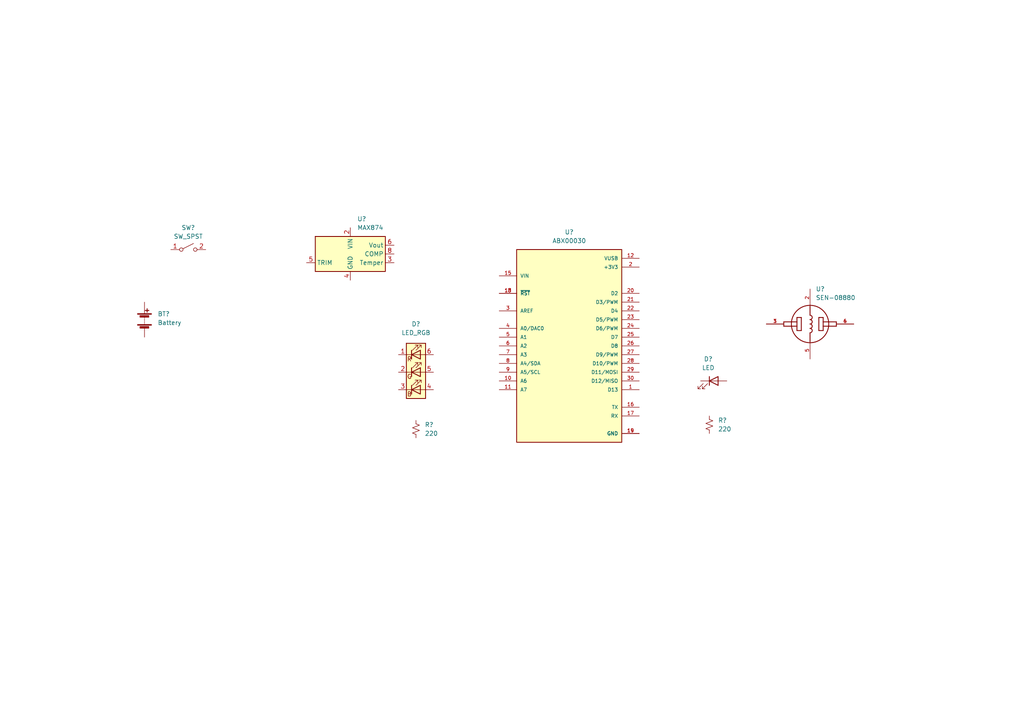
<source format=kicad_sch>
(kicad_sch (version 20211123) (generator eeschema)
  (paper "A4")
  (title_block (title "Breathalyzer Schematics") (date "2023-02-19") (rev "v1") (company "MEDesign"))
  (lib_symbols
    (symbol "ABX00030:ABX00030" (pin_names (offset 1.016))
      (property "Reference" "U" (at -15.24 28.702 0))
      (property "Value" "ABX00030" (at -15.24 -30.48 0))
      (symbol "ABX00030_0_0"
        (rectangle (start -15.24 -27.94) (end 15.24 27.94) (stroke (width 0.254)) (fill (type background)))
        (pin bidirectional line (at 20.32 -12.7 180) (length 5.08) (name "D13") (number "1"))
        (pin bidirectional line (at -20.32 -10.16 0) (length 5.08) (name "A6") (number "10"))
        (pin bidirectional line (at -20.32 -12.7 0) (length 5.08) (name "A7") (number "11"))
        (pin power_in line (at 20.32 25.4 180) (length 5.08) (name "VUSB") (number "12"))
        (pin input line (at -20.32 15.24 0) (length 5.08) (name "~{RST}") (number "13"))
        (pin power_in line (at 20.32 -25.4 180) (length 5.08) (name "GND") (number "14"))
        (pin input line (at -20.32 20.32 0) (length 5.08) (name "VIN") (number "15"))
        (pin bidirectional line (at 20.32 -17.78 180) (length 5.08) (name "TX") (number "16"))
        (pin bidirectional line (at 20.32 -20.32 180) (length 5.08) (name "RX") (number "17"))
        (pin input line (at -20.32 15.24 0) (length 5.08) (name "~{RST}") (number "18"))
        (pin power_in line (at 20.32 -25.4 180) (length 5.08) (name "GND") (number "19"))
        (pin power_in line (at 20.32 22.86 180) (length 5.08) (name "+3V3") (number "2"))
        (pin bidirectional line (at 20.32 15.24 180) (length 5.08) (name "D2") (number "20"))
        (pin bidirectional line (at 20.32 12.7 180) (length 5.08) (name "D3/PWM") (number "21"))
        (pin bidirectional line (at 20.32 10.16 180) (length 5.08) (name "D4") (number "22"))
        (pin bidirectional line (at 20.32 7.62 180) (length 5.08) (name "D5/PWM") (number "23"))
        (pin bidirectional line (at 20.32 5.08 180) (length 5.08) (name "D6/PWM") (number "24"))
        (pin bidirectional line (at 20.32 2.54 180) (length 5.08) (name "D7") (number "25"))
        (pin bidirectional line (at 20.32 0 180) (length 5.08) (name "D8") (number "26"))
        (pin bidirectional line (at 20.32 -2.54 180) (length 5.08) (name "D9/PWM") (number "27"))
        (pin bidirectional line (at 20.32 -5.08 180) (length 5.08) (name "D10/PWM") (number "28"))
        (pin bidirectional line (at 20.32 -7.62 180) (length 5.08) (name "D11/MOSI") (number "29"))
        (pin bidirectional line (at -20.32 10.16 0) (length 5.08) (name "AREF") (number "3"))
        (pin bidirectional line (at 20.32 -10.16 180) (length 5.08) (name "D12/MISO") (number "30"))
        (pin bidirectional line (at -20.32 5.08 0) (length 5.08) (name "A0/DAC0") (number "4"))
        (pin bidirectional line (at -20.32 2.54 0) (length 5.08) (name "A1") (number "5"))
        (pin bidirectional line (at -20.32 0 0) (length 5.08) (name "A2") (number "6"))
        (pin bidirectional line (at -20.32 -2.54 0) (length 5.08) (name "A3") (number "7"))
        (pin bidirectional line (at -20.32 -5.08 0) (length 5.08) (name "A4/SDA") (number "8"))
        (pin bidirectional line (at -20.32 -7.62 0) (length 5.08) (name "A5/SCL") (number "9"))
      )
    )
    (symbol "Device:Battery" (pin_numbers hide) (pin_names (offset 0) hide)
      (property "Reference" "BT" (at 2.54 2.54 0))
      (property "Value" "Battery" (at 2.54 0 0))
      (symbol "Battery_0_1"
        (rectangle (start -2.032 -1.397) (end 2.032 -1.651) (fill (type outline)))
        (rectangle (start -2.032 1.778) (end 2.032 1.524) (fill (type outline)))
        (rectangle (start -1.3208 -1.9812) (end 1.27 -2.4892) (fill (type outline)))
        (rectangle (start -1.3208 1.1938) (end 1.27 0.6858) (fill (type outline)))
        (polyline (pts (xy 0 -1.524) (xy 0 -1.27)))
        (polyline (pts (xy 0 -1.016) (xy 0 -0.762)))
        (polyline (pts (xy 0 -0.508) (xy 0 -0.254)))
        (polyline (pts (xy 0 0) (xy 0 0.254)))
        (polyline (pts (xy 0 0.508) (xy 0 0.762)))
        (polyline (pts (xy 0 1.778) (xy 0 2.54)))
        (polyline (pts (xy 0.254 2.667) (xy 1.27 2.667)) (stroke (width 0.254)))
        (polyline (pts (xy 0.762 3.175) (xy 0.762 2.159)) (stroke (width 0.254)))
      )
      (symbol "Battery_1_1"
        (pin passive line (at 0 5.08 270) (length 2.54) (name "+") (number "1"))
        (pin passive line (at 0 -5.08 90) (length 2.54) (name "-") (number "2"))
      )
    )
    (symbol "Device:LED" (pin_numbers hide) (pin_names (offset 1.016) hide)
      (property "Reference" "D" (at 0 2.54 0))
      (property "Value" "LED" (at 0 -2.54 0))
      (symbol "LED_0_1"
        (polyline (pts (xy -1.27 -1.27) (xy -1.27 1.27)) (stroke (width 0.254)))
        (polyline (pts (xy -1.27 0) (xy 1.27 0)))
        (polyline (pts (xy 1.27 -1.27) (xy 1.27 1.27) (xy -1.27 0) (xy 1.27 -1.27)) (stroke (width 0.254)))
        (polyline (pts (xy -3.048 -0.762) (xy -4.572 -2.286) (xy -3.81 -2.286) (xy -4.572 -2.286) (xy -4.572 -1.524)))
        (polyline (pts (xy -1.778 -0.762) (xy -3.302 -2.286) (xy -2.54 -2.286) (xy -3.302 -2.286) (xy -3.302 -1.524)))
      )
      (symbol "LED_1_1"
        (pin passive line (at -3.81 0 0) (length 2.54) (name "K") (number "1"))
        (pin passive line (at 3.81 0 180) (length 2.54) (name "A") (number "2"))
      )
    )
    (symbol "Device:LED_RGB" (pin_names (offset 0) hide)
      (property "Reference" "D" (at 0 9.398 0))
      (property "Value" "LED_RGB" (at 0 -8.89 0))
      (symbol "LED_RGB_0_0"
        (text "B" (at -1.905 -6.35 0) (effects (font (size 1.27 1.27))))
        (text "G" (at -1.905 -1.27 0) (effects (font (size 1.27 1.27))))
        (text "R" (at -1.905 3.81 0) (effects (font (size 1.27 1.27))))
      )
      (symbol "LED_RGB_0_1"
        (polyline (pts (xy -1.27 -5.08) (xy -2.54 -5.08)))
        (polyline (pts (xy -1.27 -5.08) (xy 1.27 -5.08)))
        (polyline (pts (xy -1.27 -3.81) (xy -1.27 -6.35)) (stroke (width 0.254)))
        (polyline (pts (xy -1.27 0) (xy -2.54 0)))
        (polyline (pts (xy -1.27 1.27) (xy -1.27 -1.27)) (stroke (width 0.254)))
        (polyline (pts (xy -1.27 5.08) (xy -2.54 5.08)))
        (polyline (pts (xy -1.27 5.08) (xy 1.27 5.08)))
        (polyline (pts (xy -1.27 6.35) (xy -1.27 3.81)) (stroke (width 0.254)))
        (polyline (pts (xy 1.27 -5.08) (xy 2.54 -5.08)))
        (polyline (pts (xy 1.27 0) (xy -1.27 0)))
        (polyline (pts (xy 1.27 0) (xy 2.54 0)))
        (polyline (pts (xy 1.27 5.08) (xy 2.54 5.08)))
        (polyline (pts (xy -1.27 1.27) (xy -1.27 -1.27) (xy -1.27 -1.27)))
        (polyline (pts (xy -1.27 6.35) (xy -1.27 3.81) (xy -1.27 3.81)))
        (polyline (pts (xy 1.27 -3.81) (xy 1.27 -6.35) (xy -1.27 -5.08) (xy 1.27 -3.81)) (stroke (width 0.254)))
        (polyline (pts (xy 1.27 1.27) (xy 1.27 -1.27) (xy -1.27 0) (xy 1.27 1.27)) (stroke (width 0.254)))
        (polyline (pts (xy 1.27 6.35) (xy 1.27 3.81) (xy -1.27 5.08) (xy 1.27 6.35)) (stroke (width 0.254)))
        (polyline (pts (xy -1.016 -3.81) (xy 0.508 -2.286) (xy -0.254 -2.286) (xy 0.508 -2.286) (xy 0.508 -3.048)))
        (polyline (pts (xy -1.016 1.27) (xy 0.508 2.794) (xy -0.254 2.794) (xy 0.508 2.794) (xy 0.508 2.032)))
        (polyline (pts (xy -1.016 6.35) (xy 0.508 7.874) (xy -0.254 7.874) (xy 0.508 7.874) (xy 0.508 7.112)))
        (polyline (pts (xy 0 -3.81) (xy 1.524 -2.286) (xy 0.762 -2.286) (xy 1.524 -2.286) (xy 1.524 -3.048)))
        (polyline (pts (xy 0 1.27) (xy 1.524 2.794) (xy 0.762 2.794) (xy 1.524 2.794) (xy 1.524 2.032)))
        (polyline (pts (xy 0 6.35) (xy 1.524 7.874) (xy 0.762 7.874) (xy 1.524 7.874) (xy 1.524 7.112)))
        (rectangle (start 1.27 -1.27) (end 1.27 1.27))
        (rectangle (start 1.27 1.27) (end 1.27 1.27))
        (rectangle (start 1.27 3.81) (end 1.27 6.35))
        (rectangle (start 1.27 6.35) (end 1.27 6.35))
        (rectangle (start 2.794 8.382) (end -2.794 -7.62) (stroke (width 0.254)) (fill (type background)))
      )
      (symbol "LED_RGB_1_1"
        (pin passive line (at -5.08 5.08 0) (length 2.54) (name "RK") (number "1"))
        (pin passive line (at -5.08 0 0) (length 2.54) (name "GK") (number "2"))
        (pin passive line (at -5.08 -5.08 0) (length 2.54) (name "BK") (number "3"))
        (pin passive line (at 5.08 -5.08 180) (length 2.54) (name "BA") (number "4"))
        (pin passive line (at 5.08 0 180) (length 2.54) (name "GA") (number "5"))
        (pin passive line (at 5.08 5.08 180) (length 2.54) (name "RA") (number "6"))
      )
    )
    (symbol "Device:R_Small_US" (pin_numbers hide) (pin_names (offset 0.254) hide)
      (property "Reference" "R" (at 0.762 0.508 0))
      (property "Value" "R_Small_US" (at 0.762 -1.016 0))
      (symbol "R_Small_US_1_1"
        (polyline (pts (xy 0 0) (xy 1.016 -0.381) (xy 0 -0.762) (xy -1.016 -1.143) (xy 0 -1.524)))
        (polyline (pts (xy 0 1.524) (xy 1.016 1.143) (xy 0 0.762) (xy -1.016 0.381) (xy 0 0)))
        (pin passive line (at 0 2.54 270) (length 1.016) (name "~") (number "1"))
        (pin passive line (at 0 -2.54 90) (length 1.016) (name "~") (number "2"))
      )
    )
    (symbol "Reference_Voltage:MAX874"
      (property "Reference" "U" (at -7.62 6.35 0))
      (property "Value" "MAX874" (at 2.54 -6.35 0))
      (symbol "MAX874_0_1"
        (rectangle (start -10.16 5.08) (end 10.16 -5.08) (stroke (width 0.254)) (fill (type background)))
      )
      (symbol "MAX874_1_1"
        (pin no_connect line (at -10.16 0 0) (length 2.54) hide (name "IC") (number "1"))
        (pin power_in line (at 0 7.62 270) (length 2.54) (name "VIN") (number "2"))
        (pin output line (at 12.7 -2.54 180) (length 2.54) (name "Temper") (number "3"))
        (pin power_in line (at 0 -7.62 90) (length 2.54) (name "GND") (number "4"))
        (pin input line (at -12.7 -2.54 0) (length 2.54) (name "TRIM") (number "5"))
        (pin power_out line (at 12.7 2.54 180) (length 2.54) (name "Vout") (number "6"))
        (pin no_connect line (at -2.54 -5.08 90) (length 2.54) hide (name "IC") (number "7"))
        (pin passive line (at 12.7 0 180) (length 2.54) (name "COMP") (number "8"))
      )
    )
    (symbol "SEN-08880:SEN-08880" (pin_names (offset 1.016))
      (property "Reference" "U" (at 5.08 -5.08 0))
      (property "Value" "SEN-08880" (at 5.08 -7.62 0))
      (symbol "SEN-08880_0_0"
        (arc (start 0 -2.54) (mid 0.635 -1.905) (end 0 -1.27) (stroke (width 0.254)))
        (arc (start 0 -1.27) (mid 0.635 -0.635) (end 0 0) (stroke (width 0.254)))
        (polyline (pts (xy -7.62 -0.635) (xy -3.81 -0.635)) (stroke (width 0.254)))
        (polyline (pts (xy -7.62 0.635) (xy -7.62 -0.635)) (stroke (width 0.254)))
        (polyline (pts (xy -3.81 -1.905) (xy -3.81 -0.635)) (stroke (width 0.254)))
        (polyline (pts (xy -3.81 -0.635) (xy -3.81 0.635)) (stroke (width 0.254)))
        (polyline (pts (xy -3.81 0.635) (xy -7.62 0.635)) (stroke (width 0.254)))
        (polyline (pts (xy -3.81 0.635) (xy -3.81 1.905)) (stroke (width 0.254)))
        (polyline (pts (xy -3.81 1.905) (xy -2.54 1.905)) (stroke (width 0.254)))
        (polyline (pts (xy -2.54 -1.905) (xy -3.81 -1.905)) (stroke (width 0.254)))
        (polyline (pts (xy -2.54 1.905) (xy -2.54 -1.905)) (stroke (width 0.254)))
        (polyline (pts (xy 0 -2.54) (xy 0 -5.08)) (stroke (width 0.254)))
        (polyline (pts (xy 0 5.08) (xy 0 2.54)) (stroke (width 0.254)))
        (polyline (pts (xy 2.54 -1.905) (xy 2.54 1.905)) (stroke (width 0.254)))
        (polyline (pts (xy 2.54 1.905) (xy 3.81 1.905)) (stroke (width 0.254)))
        (polyline (pts (xy 3.81 -1.905) (xy 2.54 -1.905)) (stroke (width 0.254)))
        (polyline (pts (xy 3.81 -0.635) (xy 3.81 -1.905)) (stroke (width 0.254)))
        (polyline (pts (xy 3.81 0.635) (xy 3.81 -0.635)) (stroke (width 0.254)))
        (polyline (pts (xy 3.81 0.635) (xy 7.62 0.635)) (stroke (width 0.254)))
        (polyline (pts (xy 3.81 1.905) (xy 3.81 0.635)) (stroke (width 0.254)))
        (polyline (pts (xy 7.62 -0.635) (xy 3.81 -0.635)) (stroke (width 0.254)))
        (polyline (pts (xy 7.62 0.635) (xy 7.62 -0.635)) (stroke (width 0.254)))
        (arc (start 0 0) (mid 0.635 0.635) (end 0 1.27) (stroke (width 0.254)))
        (circle (center 0 0) (radius 5.4254) (stroke (width 0.254)))
        (arc (start 0 1.27) (mid 0.635 1.905) (end 0 2.54) (stroke (width 0.254)))
        (pin passive line (at -12.7 0 0) (length 5.08) (name "~") (number "1"))
        (pin passive line (at 0 10.16 270) (length 5.08) (name "~") (number "2"))
        (pin passive line (at -12.7 0 0) (length 5.08) (name "~") (number "3"))
        (pin passive line (at 12.7 0 180) (length 5.08) (name "~") (number "4"))
        (pin passive line (at 0 -10.16 90) (length 5.08) (name "~") (number "5"))
        (pin passive line (at 12.7 0 180) (length 5.08) (name "~") (number "6"))
      )
    )
    (symbol "Switch:SW_SPST" (pin_names (offset 0) hide)
      (property "Reference" "SW" (at 0 3.175 0))
      (property "Value" "SW_SPST" (at 0 -2.54 0))
      (symbol "SW_SPST_0_0"
        (circle (center -2.032 0) (radius 0.508))
        (polyline (pts (xy -1.524 0.254) (xy 1.524 1.778)))
        (circle (center 2.032 0) (radius 0.508))
      )
      (symbol "SW_SPST_1_1"
        (pin passive line (at -5.08 0 0) (length 2.54) (name "A") (number "1"))
        (pin passive line (at 5.08 0 180) (length 2.54) (name "B") (number "2"))
      )
    )
  )
  (symbol (lib_id "Device:LED") (at 207.01 110.49 0) (unit 1)
    (property "Reference" "D?" (at 205.4225 104.14 0))
    (property "Value" "LED" (at 205.4225 106.68 0))
  )
  (symbol (lib_id "Device:Battery") (at 41.91 92.71 0) (unit 1)
    (property "Reference" "BT?" (at 45.72 91.0589 0) (effects (justify left)))
    (property "Value" "Battery" (at 45.72 93.5989 0) (effects (justify left)))
  )
  (symbol (lib_id "Device:R_Small_US") (at 205.74 123.19 0) (unit 1)
    (property "Reference" "R?" (at 208.28 121.9199 0) (effects (justify left)))
    (property "Value" "220" (at 208.28 124.4599 0) (effects (justify left)))
  )
  (symbol (lib_id "Reference_Voltage:MAX874") (at 101.6 73.66 0) (unit 1)
    (property "Reference" "U?" (at 103.6194 63.5 0) (effects (justify left)))
    (property "Value" "MAX874" (at 103.6194 66.04 0) (effects (justify left)))
    (property "Datasheet" "https://pdfserv.maximintegrated.com/en/ds/MAX872-MAX874.pdf" (effects hide))
  )
  (symbol (lib_id "ABX00030:ABX00030") (at 165.1 100.33 0) (unit 1)
    (property "Reference" "U?" (at 165.1 67.31 0))
    (property "Value" "ABX00030" (at 165.1 69.85 0))
    (property "Footprint" "MODULE_ABX00030" (effects hide))
    (property "STANDARD" "Manufacturer Recommendations" (effects hide))
    (property "SNAPEDA_PN" "ABX00030" (effects hide))
    (property "MANUFACTURER" "Arduino" (effects hide))
    (property "PARTREV" "2" (effects hide))
  )
  (symbol (lib_id "Device:LED_RGB") (at 120.65 107.95 0) (unit 1)
    (property "Reference" "D?" (at 120.65 93.98 0))
    (property "Value" "LED_RGB" (at 120.65 96.52 0))
  )
  (symbol (lib_id "SEN-08880:SEN-08880") (at 234.95 93.98 0) (unit 1)
    (property "Reference" "U?" (at 236.6011 83.82 0) (effects (justify left)))
    (property "Value" "SEN-08880" (at 236.6011 86.36 0) (effects (justify left)))
    (property "Footprint" "XDCR_SEN-08880" (effects hide))
    (property "STANDARD" "IPC 7351B" (effects hide))
    (property "PARTREV" "1.3" (effects hide))
    (property "MANUFACTURER" "HANWEI ELETRONICS CO.,LTD" (effects hide))
    (property "MAXIMUM_PACKAGE_HEIGHT" "10.00 mm" (effects hide))
  )
  (symbol (lib_id "Device:R_Small_US") (at 120.65 124.46 0) (unit 1)
    (property "Reference" "R?" (at 123.19 123.1899 0) (effects (justify left)))
    (property "Value" "220" (at 123.19 125.7299 0) (effects (justify left)))
  )
  (symbol (lib_id "Switch:SW_SPST") (at 54.61 72.39 0) (unit 1)
    (property "Reference" "SW?" (at 54.61 66.04 0))
    (property "Value" "SW_SPST" (at 54.61 68.58 0))
  )
)
</source>
